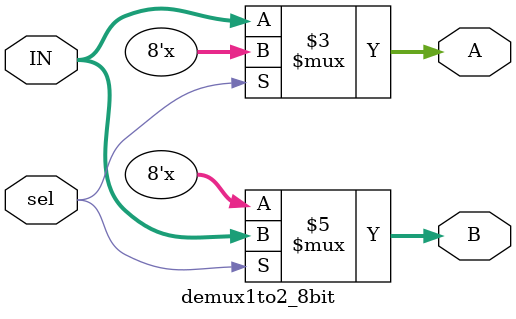
<source format=v>


module demux1to2_8bit(

input [7:0] IN,
input sel,
output reg [7:0] A,
output reg [7:0] B

);

always @(IN or sel) 
	begin
		case(sel)
			1'b0 : A = IN;
			1'b1 : B = IN;
		endcase
	end

endmodule

</source>
